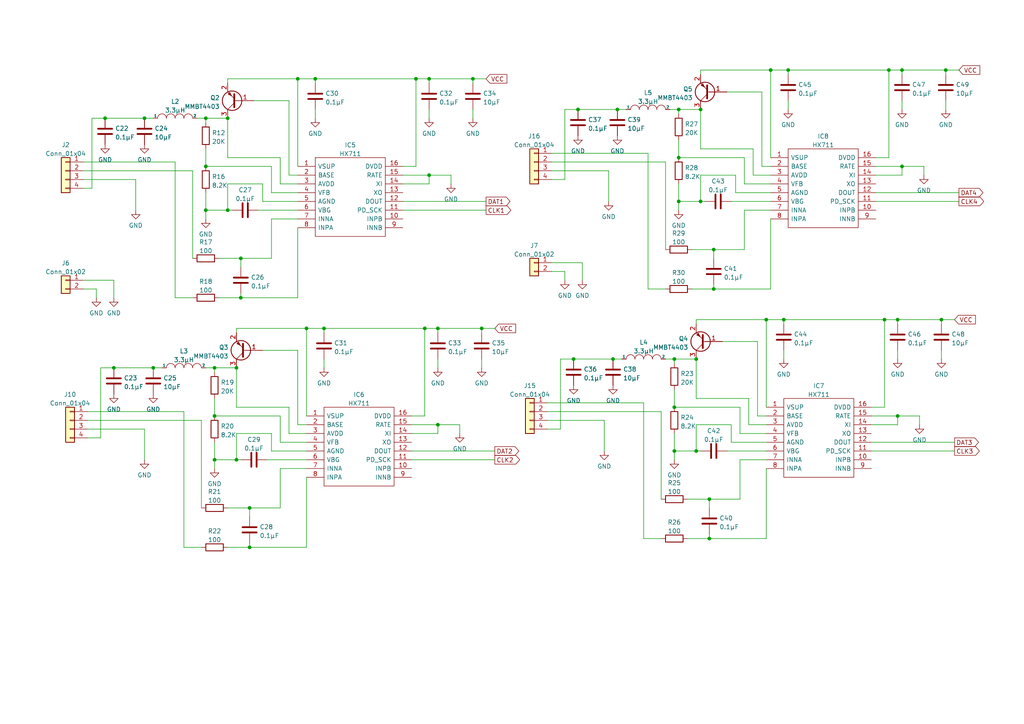
<source format=kicad_sch>
(kicad_sch (version 20231120) (generator "eeschema") (generator_version "8.0")
  (paper "A4")
  (title_block (title "Open_beehive_scale_board") (date "2023-01-13") (rev "V0.4") (company "Ratamuse"))
  (lib_symbols
    (symbol "Connector_Generic:Conn_01x02" (pin_names (offset 1.016) hide)
      (property "Reference" "J" (at 0 2.54 0))
      (property "Value" "Conn_01x02" (at 0 -5.08 0))
      (symbol "Conn_01x02_1_1"
        (rectangle (start -1.27 -2.413) (end 0 -2.667) (stroke (width 0.1524)))
        (rectangle (start -1.27 0.127) (end 0 -0.127) (stroke (width 0.1524)))
        (rectangle (start -1.27 1.27) (end 1.27 -3.81) (stroke (width 0.254)) (fill (type background)))
        (pin passive line (at -5.08 0 0) (length 3.81) (name "Pin_1") (number "1"))
        (pin passive line (at -5.08 -2.54 0) (length 3.81) (name "Pin_2") (number "2"))
      )
    )
    (symbol "Connector_Generic:Conn_01x04" (pin_names (offset 1.016) hide)
      (property "Reference" "J" (at 0 5.08 0))
      (property "Value" "Conn_01x04" (at 0 -7.62 0))
      (symbol "Conn_01x04_1_1"
        (rectangle (start -1.27 -4.953) (end 0 -5.207) (stroke (width 0.1524)))
        (rectangle (start -1.27 -2.413) (end 0 -2.667) (stroke (width 0.1524)))
        (rectangle (start -1.27 0.127) (end 0 -0.127) (stroke (width 0.1524)))
        (rectangle (start -1.27 2.667) (end 0 2.413) (stroke (width 0.1524)))
        (rectangle (start -1.27 3.81) (end 1.27 -6.35) (stroke (width 0.254)) (fill (type background)))
        (pin passive line (at -5.08 2.54 0) (length 3.81) (name "Pin_1") (number "1"))
        (pin passive line (at -5.08 0 0) (length 3.81) (name "Pin_2") (number "2"))
        (pin passive line (at -5.08 -2.54 0) (length 3.81) (name "Pin_3") (number "3"))
        (pin passive line (at -5.08 -5.08 0) (length 3.81) (name "Pin_4") (number "4"))
      )
    )
    (symbol "Device:C" (pin_numbers hide) (pin_names (offset 0.254))
      (property "Reference" "C" (at 0.635 2.54 0))
      (property "Value" "C" (at 0.635 -2.54 0))
      (symbol "C_0_1"
        (polyline (pts (xy -2.032 -0.762) (xy 2.032 -0.762)) (stroke (width 0.508)))
        (polyline (pts (xy -2.032 0.762) (xy 2.032 0.762)) (stroke (width 0.508)))
      )
      (symbol "C_1_1"
        (pin passive line (at 0 3.81 270) (length 2.794) (name "~") (number "1"))
        (pin passive line (at 0 -3.81 90) (length 2.794) (name "~") (number "2"))
      )
    )
    (symbol "Device:R" (pin_numbers hide) (pin_names (offset 0))
      (property "Reference" "R" (at 2.032 0 90))
      (property "Value" "R" (at 0 0 90))
      (symbol "R_0_1"
        (rectangle (start -1.016 -2.54) (end 1.016 2.54) (stroke (width 0.254)))
      )
      (symbol "R_1_1"
        (pin passive line (at 0 3.81 270) (length 1.27) (name "~") (number "1"))
        (pin passive line (at 0 -3.81 90) (length 1.27) (name "~") (number "2"))
      )
    )
    (symbol "HX711:HX711" (pin_names (offset 0.762))
      (property "Reference" "IC" (at 26.67 7.62 0))
      (property "Value" "HX711" (at 26.67 5.08 0))
      (symbol "HX711_0_0"
        (pin passive line (at 0 0 0) (length 5.08) (name "VSUP") (number "1"))
        (pin passive line (at 30.48 -15.24 180) (length 5.08) (name "INPB") (number "10"))
        (pin passive line (at 30.48 -12.7 180) (length 5.08) (name "PD_SCK") (number "11"))
        (pin passive line (at 30.48 -10.16 180) (length 5.08) (name "DOUT") (number "12"))
        (pin passive line (at 30.48 -7.62 180) (length 5.08) (name "XO") (number "13"))
        (pin passive line (at 30.48 -5.08 180) (length 5.08) (name "XI") (number "14"))
        (pin passive line (at 30.48 -2.54 180) (length 5.08) (name "RATE") (number "15"))
        (pin passive line (at 30.48 0 180) (length 5.08) (name "DVDD") (number "16"))
        (pin passive line (at 0 -2.54 0) (length 5.08) (name "BASE") (number "2"))
        (pin passive line (at 0 -5.08 0) (length 5.08) (name "AVDD") (number "3"))
        (pin passive line (at 0 -7.62 0) (length 5.08) (name "VFB") (number "4"))
        (pin passive line (at 0 -10.16 0) (length 5.08) (name "AGND") (number "5"))
        (pin passive line (at 0 -12.7 0) (length 5.08) (name "VBG") (number "6"))
        (pin passive line (at 0 -15.24 0) (length 5.08) (name "INNA") (number "7"))
        (pin passive line (at 0 -17.78 0) (length 5.08) (name "INPA") (number "8"))
        (pin passive line (at 30.48 -17.78 180) (length 5.08) (name "INNB") (number "9"))
      )
      (symbol "HX711_0_1"
        (polyline (pts (xy 5.08 2.54) (xy 25.4 2.54) (xy 25.4 -20.32) (xy 5.08 -20.32) (xy 5.08 2.54)) (stroke (width 0.1524)))
      )
    )
    (symbol "Transistor_BJT:MMBTA92" (pin_names (offset 0) hide)
      (property "Reference" "Q" (at 5.08 1.905 0))
      (property "Value" "MMBTA92" (at 5.08 0 0))
      (symbol "MMBTA92_0_1"
        (polyline (pts (xy 0 0) (xy 0.635 0)))
        (polyline (pts (xy 2.54 -2.54) (xy 0.635 -0.635)))
        (polyline (pts (xy 2.54 2.54) (xy 0.635 0.635)))
        (polyline (pts (xy 0.635 1.905) (xy 0.635 -1.905) (xy 0.635 -1.905)) (stroke (width 0.508)) (fill (type outline)))
        (polyline (pts (xy 1.905 -2.413) (xy 2.413 -1.905) (xy 1.397 -1.397) (xy 1.905 -2.413) (xy 1.905 -2.413)) (fill (type outline)))
        (circle (center 1.27 0) (radius 2.8194) (stroke (width 0.254)))
      )
      (symbol "MMBTA92_1_1"
        (pin input line (at -5.08 0 0) (length 5.08) (name "B") (number "1"))
        (pin passive line (at 2.54 -5.08 90) (length 2.54) (name "E") (number "2"))
        (pin passive line (at 2.54 5.08 270) (length 2.54) (name "C") (number "3"))
      )
    )
    (symbol "power:GND" (power) (pin_names (offset 0))
      (property "Value" "GND" (at 0 -3.81 0))
      (symbol "GND_0_1"
        (polyline (pts (xy 0 0) (xy 0 -1.27) (xy 1.27 -1.27) (xy 0 -2.54) (xy -1.27 -1.27) (xy 0 -1.27)))
      )
      (symbol "GND_1_1"
        (pin power_in line (at 0 0 270) (length 0) hide (name "GND") (number "1"))
      )
    )
    (symbol "pspice:INDUCTOR" (pin_numbers hide) (pin_names (offset 0))
      (property "Reference" "L" (at 0 2.54 0))
      (property "Value" "INDUCTOR" (at 0 -1.27 0))
      (symbol "INDUCTOR_0_1"
        (arc (start -2.54 0) (mid -3.81 1.2645) (end -5.08 0))
        (arc (start 0 0) (mid -1.27 1.2645) (end -2.54 0))
        (arc (start 2.54 0) (mid 1.27 1.2645) (end 0 0))
        (arc (start 5.08 0) (mid 3.81 1.2645) (end 2.54 0))
      )
      (symbol "INDUCTOR_1_1"
        (pin input line (at -6.35 0 0) (length 1.27) (name "1") (number "1"))
        (pin input line (at 6.35 0 180) (length 1.27) (name "2") (number "2"))
      )
    )
  )
  (junction (at 30.48 34.29))
  (junction (at 69.85 86.36))
  (junction (at 256.54 92.71))
  (junction (at 205.74 156.21))
  (junction (at 62.23 106.68))
  (junction (at 124.46 50.8))
  (junction (at 227.33 92.71))
  (junction (at 222.25 92.71))
  (junction (at 203.2 31.75))
  (junction (at 72.39 158.75))
  (junction (at 124.46 22.86))
  (junction (at 201.93 130.81))
  (junction (at 41.91 34.29))
  (junction (at 69.85 74.93))
  (junction (at 201.93 104.14))
  (junction (at 44.45 106.68))
  (junction (at 207.01 72.39))
  (junction (at 261.62 20.32))
  (junction (at 273.05 92.71))
  (junction (at 166.37 104.14))
  (junction (at 72.39 147.32))
  (junction (at 139.7 95.25))
  (junction (at 59.69 34.29))
  (junction (at 62.23 120.65))
  (junction (at 62.23 133.35))
  (junction (at 68.58 106.68))
  (junction (at 228.6 20.32))
  (junction (at 137.16 22.86))
  (junction (at 179.07 31.75))
  (junction (at 91.44 22.86))
  (junction (at 88.9 95.25))
  (junction (at 203.2 58.42))
  (junction (at 274.32 20.32))
  (junction (at 207.01 83.82))
  (junction (at 127 123.19))
  (junction (at 196.85 45.72))
  (junction (at 177.8 104.14))
  (junction (at 260.35 92.71))
  (junction (at 195.58 118.11))
  (junction (at 205.74 144.78))
  (junction (at 223.52 20.32))
  (junction (at 167.64 31.75))
  (junction (at 66.04 34.29))
  (junction (at 127 95.25))
  (junction (at 196.85 58.42))
  (junction (at 196.85 31.75))
  (junction (at 257.81 20.32))
  (junction (at 195.58 104.14))
  (junction (at 68.58 133.35))
  (junction (at 120.65 22.86))
  (junction (at 66.04 60.96))
  (junction (at 59.69 48.26))
  (junction (at 33.02 106.68))
  (junction (at 123.19 95.25))
  (junction (at 260.35 120.65))
  (junction (at 261.62 48.26))
  (junction (at 86.36 22.86))
  (junction (at 195.58 130.81))
  (junction (at 59.69 60.96))
  (junction (at 93.98 95.25))
  (wire (pts (xy 227.33 92.71) (xy 256.54 92.71)))
  (wire (pts (xy 127 123.19) (xy 127 125.73)))
  (wire (pts (xy 72.39 147.32) (xy 72.39 149.86)))
  (wire (pts (xy 261.62 20.32) (xy 261.62 21.59)))
  (wire (pts (xy 223.52 48.26) (xy 220.98 48.26)))
  (wire (pts (xy 163.83 31.75) (xy 167.64 31.75)))
  (wire (pts (xy 196.85 40.64) (xy 196.85 45.72)))
  (wire (pts (xy 204.47 58.42) (xy 203.2 58.42)))
  (wire (pts (xy 66.04 147.32) (xy 72.39 147.32)))
  (wire (pts (xy 68.58 96.52) (xy 68.58 95.25)))
  (wire (pts (xy 62.23 106.68) (xy 68.58 106.68)))
  (wire (pts (xy 254 50.8) (xy 261.62 50.8)))
  (wire (pts (xy 62.23 115.57) (xy 62.23 120.65)))
  (wire (pts (xy 68.58 125.73) (xy 78.74 125.73)))
  (wire (pts (xy 252.73 130.81) (xy 276.86 130.81)))
  (wire (pts (xy 58.42 121.92) (xy 25.4 121.92)))
  (wire (pts (xy 158.75 121.92) (xy 175.26 121.92)))
  (wire (pts (xy 223.52 83.82) (xy 223.52 63.5)))
  (wire (pts (xy 59.69 106.68) (xy 62.23 106.68)))
  (wire (pts (xy 81.28 147.32) (xy 72.39 147.32)))
  (wire (pts (xy 69.85 85.09) (xy 69.85 86.36)))
  (wire (pts (xy 68.58 133.35) (xy 68.58 125.73)))
  (wire (pts (xy 191.77 119.38) (xy 158.75 119.38)))
  (wire (pts (xy 201.93 115.57) (xy 217.17 115.57)))
  (wire (pts (xy 260.35 92.71) (xy 273.05 92.71)))
  (wire (pts (xy 81.28 135.89) (xy 88.9 135.89)))
  (wire (pts (xy 86.36 50.8) (xy 83.82 50.8)))
  (wire (pts (xy 68.58 106.68) (xy 68.58 118.11)))
  (wire (pts (xy 116.84 50.8) (xy 124.46 50.8)))
  (wire (pts (xy 222.25 156.21) (xy 222.25 135.89)))
  (wire (pts (xy 66.04 60.96) (xy 66.04 53.34)))
  (wire (pts (xy 205.74 156.21) (xy 222.25 156.21)))
  (wire (pts (xy 168.91 76.2) (xy 168.91 81.28)))
  (wire (pts (xy 187.96 83.82) (xy 193.04 83.82)))
  (wire (pts (xy 66.04 34.29) (xy 66.04 45.72)))
  (wire (pts (xy 63.5 74.93) (xy 69.85 74.93)))
  (wire (pts (xy 162.56 104.14) (xy 162.56 124.46)))
  (wire (pts (xy 78.74 63.5) (xy 86.36 63.5)))
  (wire (pts (xy 209.55 99.06) (xy 219.71 99.06)))
  (wire (pts (xy 215.9 53.34) (xy 215.9 45.72)))
  (wire (pts (xy 33.02 81.28) (xy 33.02 86.36)))
  (wire (pts (xy 195.58 130.81) (xy 195.58 133.35)))
  (wire (pts (xy 203.2 20.32) (xy 223.52 20.32)))
  (wire (pts (xy 66.04 45.72) (xy 81.28 45.72)))
  (wire (pts (xy 207.01 83.82) (xy 223.52 83.82)))
  (wire (pts (xy 119.38 123.19) (xy 127 123.19)))
  (wire (pts (xy 72.39 158.75) (xy 88.9 158.75)))
  (wire (pts (xy 187.96 44.45) (xy 187.96 83.82)))
  (wire (pts (xy 273.05 92.71) (xy 273.05 93.98)))
  (wire (pts (xy 62.23 107.95) (xy 62.23 106.68)))
  (wire (pts (xy 139.7 95.25) (xy 139.7 96.52)))
  (wire (pts (xy 252.73 120.65) (xy 260.35 120.65)))
  (wire (pts (xy 210.82 26.67) (xy 220.98 26.67)))
  (wire (pts (xy 73.66 29.21) (xy 83.82 29.21)))
  (wire (pts (xy 167.64 31.75) (xy 179.07 31.75)))
  (wire (pts (xy 179.07 31.75) (xy 181.61 31.75)))
  (wire (pts (xy 116.84 53.34) (xy 124.46 53.34)))
  (wire (pts (xy 88.9 128.27) (xy 81.28 128.27)))
  (wire (pts (xy 158.75 116.84) (xy 186.69 116.84)))
  (wire (pts (xy 127 95.25) (xy 139.7 95.25)))
  (wire (pts (xy 53.34 158.75) (xy 58.42 158.75)))
  (wire (pts (xy 195.58 104.14) (xy 201.93 104.14)))
  (wire (pts (xy 215.9 72.39) (xy 207.01 72.39)))
  (wire (pts (xy 218.44 50.8) (xy 223.52 50.8)))
  (wire (pts (xy 214.63 133.35) (xy 222.25 133.35)))
  (wire (pts (xy 223.52 20.32) (xy 228.6 20.32)))
  (wire (pts (xy 222.25 125.73) (xy 214.63 125.73)))
  (wire (pts (xy 261.62 20.32) (xy 274.32 20.32)))
  (wire (pts (xy 212.09 128.27) (xy 222.25 128.27)))
  (wire (pts (xy 260.35 92.71) (xy 260.35 93.98)))
  (wire (pts (xy 215.9 60.96) (xy 223.52 60.96)))
  (wire (pts (xy 252.73 128.27) (xy 276.86 128.27)))
  (wire (pts (xy 116.84 60.96) (xy 140.97 60.96)))
  (wire (pts (xy 30.48 34.29) (xy 41.91 34.29)))
  (wire (pts (xy 186.69 156.21) (xy 191.77 156.21)))
  (wire (pts (xy 228.6 20.32) (xy 257.81 20.32)))
  (wire (pts (xy 217.17 123.19) (xy 222.25 123.19)))
  (wire (pts (xy 205.74 144.78) (xy 205.74 147.32)))
  (wire (pts (xy 266.7 120.65) (xy 266.7 123.19)))
  (wire (pts (xy 78.74 125.73) (xy 78.74 130.81)))
  (wire (pts (xy 41.91 34.29) (xy 44.45 34.29)))
  (wire (pts (xy 203.2 130.81) (xy 201.93 130.81)))
  (wire (pts (xy 222.25 120.65) (xy 219.71 120.65)))
  (wire (pts (xy 59.69 35.56) (xy 59.69 34.29)))
  (wire (pts (xy 88.9 158.75) (xy 88.9 138.43)))
  (wire (pts (xy 254 48.26) (xy 261.62 48.26)))
  (wire (pts (xy 215.9 72.39) (xy 215.9 60.96)))
  (wire (pts (xy 256.54 92.71) (xy 256.54 118.11)))
  (wire (pts (xy 163.83 52.07) (xy 160.02 52.07)))
  (wire (pts (xy 93.98 104.14) (xy 93.98 106.68)))
  (wire (pts (xy 69.85 133.35) (xy 68.58 133.35)))
  (wire (pts (xy 214.63 118.11) (xy 195.58 118.11)))
  (wire (pts (xy 124.46 22.86) (xy 137.16 22.86)))
  (wire (pts (xy 274.32 20.32) (xy 274.32 21.59)))
  (wire (pts (xy 120.65 22.86) (xy 124.46 22.86)))
  (wire (pts (xy 203.2 21.59) (xy 203.2 20.32)))
  (wire (pts (xy 127 95.25) (xy 127 96.52)))
  (wire (pts (xy 191.77 144.78) (xy 191.77 119.38)))
  (wire (pts (xy 41.91 133.35) (xy 41.91 124.46)))
  (wire (pts (xy 223.52 20.32) (xy 223.52 45.72)))
  (wire (pts (xy 201.93 123.19) (xy 212.09 123.19)))
  (wire (pts (xy 194.31 31.75) (xy 196.85 31.75)))
  (wire (pts (xy 76.2 101.6) (xy 86.36 101.6)))
  (wire (pts (xy 203.2 31.75) (xy 203.2 43.18)))
  (wire (pts (xy 267.97 48.26) (xy 267.97 50.8)))
  (wire (pts (xy 81.28 45.72) (xy 81.28 53.34)))
  (wire (pts (xy 137.16 22.86) (xy 140.97 22.86)))
  (wire (pts (xy 24.13 52.07) (xy 39.37 52.07)))
  (wire (pts (xy 124.46 50.8) (xy 124.46 53.34)))
  (wire (pts (xy 119.38 125.73) (xy 127 125.73)))
  (wire (pts (xy 59.69 34.29) (xy 66.04 34.29)))
  (wire (pts (xy 176.53 58.42) (xy 176.53 49.53)))
  (wire (pts (xy 24.13 83.82) (xy 27.94 83.82)))
  (wire (pts (xy 133.35 123.19) (xy 133.35 125.73)))
  (wire (pts (xy 228.6 20.32) (xy 228.6 21.59)))
  (wire (pts (xy 69.85 74.93) (xy 69.85 77.47)))
  (wire (pts (xy 76.2 53.34) (xy 76.2 58.42)))
  (wire (pts (xy 78.74 130.81) (xy 88.9 130.81)))
  (wire (pts (xy 55.88 49.53) (xy 24.13 49.53)))
  (wire (pts (xy 88.9 95.25) (xy 88.9 120.65)))
  (wire (pts (xy 214.63 125.73) (xy 214.63 118.11)))
  (wire (pts (xy 203.2 43.18) (xy 218.44 43.18)))
  (wire (pts (xy 137.16 22.86) (xy 137.16 24.13)))
  (wire (pts (xy 215.9 45.72) (xy 196.85 45.72)))
  (wire (pts (xy 163.83 78.74) (xy 163.83 81.28)))
  (wire (pts (xy 50.8 46.99) (xy 50.8 86.36)))
  (wire (pts (xy 260.35 101.6) (xy 260.35 104.14)))
  (wire (pts (xy 201.93 104.14) (xy 201.93 115.57)))
  (wire (pts (xy 261.62 48.26) (xy 267.97 48.26)))
  (wire (pts (xy 76.2 58.42) (xy 86.36 58.42)))
  (wire (pts (xy 222.25 92.71) (xy 222.25 118.11)))
  (wire (pts (xy 222.25 92.71) (xy 227.33 92.71)))
  (wire (pts (xy 59.69 60.96) (xy 59.69 63.5)))
  (wire (pts (xy 257.81 45.72) (xy 254 45.72)))
  (wire (pts (xy 120.65 48.26) (xy 116.84 48.26)))
  (wire (pts (xy 193.04 72.39) (xy 193.04 46.99)))
  (wire (pts (xy 72.39 157.48) (xy 72.39 158.75)))
  (wire (pts (xy 203.2 50.8) (xy 213.36 50.8)))
  (wire (pts (xy 63.5 86.36) (xy 69.85 86.36)))
  (wire (pts (xy 160.02 49.53) (xy 176.53 49.53)))
  (wire (pts (xy 25.4 119.38) (xy 53.34 119.38)))
  (wire (pts (xy 160.02 78.74) (xy 163.83 78.74)))
  (wire (pts (xy 93.98 95.25) (xy 123.19 95.25)))
  (wire (pts (xy 196.85 53.34) (xy 196.85 58.42)))
  (wire (pts (xy 81.28 147.32) (xy 81.28 135.89)))
  (wire (pts (xy 227.33 92.71) (xy 227.33 93.98)))
  (wire (pts (xy 137.16 31.75) (xy 137.16 34.29)))
  (wire (pts (xy 74.93 60.96) (xy 86.36 60.96)))
  (wire (pts (xy 196.85 33.02) (xy 196.85 31.75)))
  (wire (pts (xy 195.58 113.03) (xy 195.58 118.11)))
  (wire (pts (xy 274.32 29.21) (xy 274.32 31.75)))
  (wire (pts (xy 33.02 106.68) (xy 44.45 106.68)))
  (wire (pts (xy 120.65 22.86) (xy 120.65 48.26)))
  (wire (pts (xy 119.38 133.35) (xy 143.51 133.35)))
  (wire (pts (xy 127 104.14) (xy 127 106.68)))
  (wire (pts (xy 67.31 60.96) (xy 66.04 60.96)))
  (wire (pts (xy 29.21 127) (xy 25.4 127)))
  (wire (pts (xy 257.81 20.32) (xy 257.81 45.72)))
  (wire (pts (xy 200.66 72.39) (xy 207.01 72.39)))
  (wire (pts (xy 91.44 22.86) (xy 120.65 22.86)))
  (wire (pts (xy 274.32 20.32) (xy 278.13 20.32)))
  (wire (pts (xy 62.23 133.35) (xy 68.58 133.35)))
  (wire (pts (xy 29.21 106.68) (xy 33.02 106.68)))
  (wire (pts (xy 26.67 54.61) (xy 24.13 54.61)))
  (wire (pts (xy 162.56 124.46) (xy 158.75 124.46)))
  (wire (pts (xy 124.46 31.75) (xy 124.46 34.29)))
  (wire (pts (xy 127 123.19) (xy 133.35 123.19)))
  (wire (pts (xy 81.28 128.27) (xy 81.28 120.65)))
  (wire (pts (xy 160.02 76.2) (xy 168.91 76.2)))
  (wire (pts (xy 252.73 123.19) (xy 260.35 123.19)))
  (wire (pts (xy 124.46 50.8) (xy 130.81 50.8)))
  (wire (pts (xy 228.6 29.21) (xy 228.6 31.75)))
  (wire (pts (xy 44.45 106.68) (xy 46.99 106.68)))
  (wire (pts (xy 261.62 48.26) (xy 261.62 50.8)))
  (wire (pts (xy 193.04 46.99) (xy 160.02 46.99)))
  (wire (pts (xy 29.21 106.68) (xy 29.21 127)))
  (wire (pts (xy 91.44 31.75) (xy 91.44 34.29)))
  (wire (pts (xy 57.15 34.29) (xy 59.69 34.29)))
  (wire (pts (xy 123.19 120.65) (xy 119.38 120.65)))
  (wire (pts (xy 186.69 116.84) (xy 186.69 156.21)))
  (wire (pts (xy 195.58 105.41) (xy 195.58 104.14)))
  (wire (pts (xy 193.04 104.14) (xy 195.58 104.14)))
  (wire (pts (xy 218.44 43.18) (xy 218.44 50.8)))
  (wire (pts (xy 214.63 144.78) (xy 205.74 144.78)))
  (wire (pts (xy 59.69 60.96) (xy 66.04 60.96)))
  (wire (pts (xy 273.05 92.71) (xy 276.86 92.71)))
  (wire (pts (xy 213.36 55.88) (xy 223.52 55.88)))
  (wire (pts (xy 77.47 133.35) (xy 88.9 133.35)))
  (wire (pts (xy 66.04 158.75) (xy 72.39 158.75)))
  (wire (pts (xy 217.17 115.57) (xy 217.17 123.19)))
  (wire (pts (xy 62.23 133.35) (xy 62.23 135.89)))
  (wire (pts (xy 39.37 60.96) (xy 39.37 52.07)))
  (wire (pts (xy 256.54 118.11) (xy 252.73 118.11)))
  (wire (pts (xy 78.74 48.26) (xy 59.69 48.26)))
  (wire (pts (xy 26.67 34.29) (xy 30.48 34.29)))
  (wire (pts (xy 261.62 29.21) (xy 261.62 31.75)))
  (wire (pts (xy 254 55.88) (xy 278.13 55.88)))
  (wire (pts (xy 256.54 92.71) (xy 260.35 92.71)))
  (wire (pts (xy 210.82 130.81) (xy 222.25 130.81)))
  (wire (pts (xy 91.44 22.86) (xy 91.44 24.13)))
  (wire (pts (xy 166.37 104.14) (xy 177.8 104.14)))
  (wire (pts (xy 50.8 86.36) (xy 55.88 86.36)))
  (wire (pts (xy 62.23 128.27) (xy 62.23 133.35)))
  (wire (pts (xy 212.09 123.19) (xy 212.09 128.27)))
  (wire (pts (xy 162.56 104.14) (xy 166.37 104.14)))
  (wire (pts (xy 130.81 50.8) (xy 130.81 53.34)))
  (wire (pts (xy 207.01 72.39) (xy 207.01 74.93)))
  (wire (pts (xy 175.26 130.81) (xy 175.26 121.92)))
  (wire (pts (xy 81.28 53.34) (xy 86.36 53.34)))
  (wire (pts (xy 205.74 154.94) (xy 205.74 156.21)))
  (wire (pts (xy 219.71 99.06) (xy 219.71 120.65)))
  (wire (pts (xy 66.04 22.86) (xy 86.36 22.86)))
  (wire (pts (xy 201.93 93.98) (xy 201.93 92.71)))
  (wire (pts (xy 83.82 118.11) (xy 83.82 125.73)))
  (wire (pts (xy 196.85 31.75) (xy 203.2 31.75)))
  (wire (pts (xy 116.84 58.42) (xy 140.97 58.42)))
  (wire (pts (xy 66.04 53.34) (xy 76.2 53.34)))
  (wire (pts (xy 119.38 130.81) (xy 143.51 130.81)))
  (wire (pts (xy 78.74 55.88) (xy 78.74 48.26)))
  (wire (pts (xy 223.52 53.34) (xy 215.9 53.34)))
  (wire (pts (xy 86.36 86.36) (xy 86.36 66.04)))
  (wire (pts (xy 86.36 101.6) (xy 86.36 123.19)))
  (wire (pts (xy 68.58 118.11) (xy 83.82 118.11)))
  (wire (pts (xy 195.58 125.73) (xy 195.58 130.81)))
  (wire (pts (xy 273.05 101.6) (xy 273.05 104.14)))
  (wire (pts (xy 86.36 22.86) (xy 86.36 48.26)))
  (wire (pts (xy 26.67 34.29) (xy 26.67 54.61)))
  (wire (pts (xy 199.39 156.21) (xy 205.74 156.21)))
  (wire (pts (xy 88.9 95.25) (xy 93.98 95.25)))
  (wire (pts (xy 139.7 95.25) (xy 143.51 95.25)))
  (wire (pts (xy 163.83 31.75) (xy 163.83 52.07)))
  (wire (pts (xy 25.4 124.46) (xy 41.91 124.46)))
  (wire (pts (xy 257.81 20.32) (xy 261.62 20.32)))
  (wire (pts (xy 195.58 130.81) (xy 201.93 130.81)))
  (wire (pts (xy 78.74 74.93) (xy 69.85 74.93)))
  (wire (pts (xy 201.93 130.81) (xy 201.93 123.19)))
  (wire (pts (xy 196.85 58.42) (xy 196.85 60.96)))
  (wire (pts (xy 59.69 55.88) (xy 59.69 60.96)))
  (wire (pts (xy 203.2 58.42) (xy 203.2 50.8)))
  (wire (pts (xy 53.34 119.38) (xy 53.34 158.75)))
  (wire (pts (xy 68.58 95.25) (xy 88.9 95.25)))
  (wire (pts (xy 212.09 58.42) (xy 223.52 58.42)))
  (wire (pts (xy 199.39 144.78) (xy 205.74 144.78)))
  (wire (pts (xy 139.7 104.14) (xy 139.7 106.68)))
  (wire (pts (xy 81.28 120.65) (xy 62.23 120.65)))
  (wire (pts (xy 66.04 24.13) (xy 66.04 22.86)))
  (wire (pts (xy 24.13 46.99) (xy 50.8 46.99)))
  (wire (pts (xy 58.42 147.32) (xy 58.42 121.92)))
  (wire (pts (xy 86.36 22.86) (xy 91.44 22.86)))
  (wire (pts (xy 207.01 82.55) (xy 207.01 83.82)))
  (wire (pts (xy 220.98 26.67) (xy 220.98 48.26)))
  (wire (pts (xy 123.19 95.25) (xy 127 95.25)))
  (wire (pts (xy 196.85 58.42) (xy 203.2 58.42)))
  (wire (pts (xy 260.35 120.65) (xy 266.7 120.65)))
  (wire (pts (xy 177.8 104.14) (xy 180.34 104.14)))
  (wire (pts (xy 123.19 95.25) (xy 123.19 120.65)))
  (wire (pts (xy 200.66 83.82) (xy 207.01 83.82)))
  (wire (pts (xy 69.85 86.36) (xy 86.36 86.36)))
  (wire (pts (xy 86.36 55.88) (xy 78.74 55.88)))
  (wire (pts (xy 24.13 81.28) (xy 33.02 81.28)))
  (wire (pts (xy 124.46 22.86) (xy 124.46 24.13)))
  (wire (pts (xy 83.82 125.73) (xy 88.9 125.73)))
  (wire (pts (xy 214.63 144.78) (xy 214.63 133.35)))
  (wire (pts (xy 59.69 43.18) (xy 59.69 48.26)))
  (wire (pts (xy 78.74 74.93) (xy 78.74 63.5)))
  (wire (pts (xy 93.98 95.25) (xy 93.98 96.52)))
  (wire (pts (xy 254 58.42) (xy 278.13 58.42)))
  (wire (pts (xy 27.94 83.82) (xy 27.94 86.36)))
  (wire (pts (xy 213.36 50.8) (xy 213.36 55.88)))
  (wire (pts (xy 55.88 74.93) (xy 55.88 49.53)))
  (wire (pts (xy 83.82 29.21) (xy 83.82 50.8)))
  (wire (pts (xy 88.9 123.19) (xy 86.36 123.19)))
  (wire (pts (xy 201.93 92.71) (xy 222.25 92.71)))
  (wire (pts (xy 160.02 44.45) (xy 187.96 44.45)))
  (wire (pts (xy 227.33 101.6) (xy 227.33 104.14)))
  (wire (pts (xy 260.35 120.65) (xy 260.35 123.19)))
  (global_label "CLK3" (shape output) (at 276.86 130.81 0) (property "Intersheetrefs" "${INTERSHEET_REFS}" (effects (hide yes))))
  (global_label "VCC" (shape input) (at 143.51 95.25 0) (property "Intersheetrefs" "${INTERSHEET_REFS}" (effects (hide yes))))
  (global_label "CLK4" (shape output) (at 278.13 58.42 0) (property "Intersheetrefs" "${INTERSHEET_REFS}" (effects (hide yes))))
  (global_label "VCC" (shape input) (at 276.86 92.71 0) (property "Intersheetrefs" "${INTERSHEET_REFS}" (effects (hide yes))))
  (global_label "DAT3" (shape output) (at 276.86 128.27 0) (property "Intersheetrefs" "${INTERSHEET_REFS}" (effects (hide yes))))
  (global_label "DAT4" (shape output) (at 278.13 55.88 0) (property "Intersheetrefs" "${INTERSHEET_REFS}" (effects (hide yes))))
  (global_label "CLK2" (shape output) (at 143.51 133.35 0) (property "Intersheetrefs" "${INTERSHEET_REFS}" (effects (hide yes))))
  (global_label "DAT1" (shape output) (at 140.97 58.42 0) (property "Intersheetrefs" "${INTERSHEET_REFS}" (effects (hide yes))))
  (global_label "VCC" (shape input) (at 140.97 22.86 0) (property "Intersheetrefs" "${INTERSHEET_REFS}" (effects (hide yes))))
  (global_label "DAT2" (shape output) (at 143.51 130.81 0) (property "Intersheetrefs" "${INTERSHEET_REFS}" (effects (hide yes))))
  (global_label "CLK1" (shape output) (at 140.97 60.96 0) (property "Intersheetrefs" "${INTERSHEET_REFS}" (effects (hide yes))))
  (global_label "VCC" (shape input) (at 278.13 20.32 0) (property "Intersheetrefs" "${INTERSHEET_REFS}" (effects (hide yes))))
  (symbol (lib_id "pspice:INDUCTOR") (at 187.96 31.75 0) (unit 1)
    (property "Reference" "L5" (at 187.96 26.9072 0))
    (property "Value" "3.3µH" (at 187.96 29.4441 0))
    (property "Footprint" "Inductor_SMD:L_0603_1608Metric" (effects (hide yes)))
  )
  (symbol (lib_id "Device:C") (at 124.46 27.94 0) (unit 1)
    (property "Reference" "C32" (at 127.381 27.1053 0) (effects (justify left)))
    (property "Value" "0.1µF" (at 127.381 29.6422 0) (effects (justify left)))
    (property "Footprint" "Capacitor_SMD:C_0603_1608Metric" (effects (hide yes)))
  )
  (symbol (lib_id "pspice:INDUCTOR") (at 186.69 104.14 0) (unit 1)
    (property "Reference" "L4" (at 186.69 99.2972 0))
    (property "Value" "3.3µH" (at 186.69 101.8341 0))
    (property "Footprint" "Inductor_SMD:L_0603_1608Metric" (effects (hide yes)))
  )
  (symbol (lib_id "Device:R") (at 62.23 124.46 0) (unit 1)
    (property "Reference" "R20" (at 64.008 123.6253 0) (effects (justify left)))
    (property "Value" "8.2K" (at 64.008 126.1622 0) (effects (justify left)))
    (property "Footprint" "Resistor_SMD:R_0603_1608Metric" (effects (hide yes)))
  )
  (symbol (lib_id "power:GND") (at 163.83 81.28 0) (unit 1)
    (property "Reference" "#PWR0221" (effects (hide yes)))
    (property "Value" "GND" (at 163.83 85.7234 0))
  )
  (symbol (lib_id "Connector_Generic:Conn_01x04") (at 19.05 49.53 0) (mirror y) (unit 1)
    (property "Reference" "J2" (at 19.05 42.0202 0))
    (property "Value" "Conn_01x04" (at 19.05 44.5571 0))
    (property "Footprint" "Empreintes:1725672" (effects (hide yes)))
  )
  (symbol (lib_id "pspice:INDUCTOR") (at 50.8 34.29 0) (unit 1)
    (property "Reference" "L2" (at 50.8 29.4472 0))
    (property "Value" "3.3µH" (at 50.8 31.9841 0))
    (property "Footprint" "Inductor_SMD:L_0603_1608Metric" (effects (hide yes)))
  )
  (symbol (lib_id "Transistor_BJT:MMBTA92") (at 68.58 29.21 180) (unit 1)
    (property "Reference" "Q2" (at 63.7286 28.3753 0) (effects (justify left)))
    (property "Value" "MMBT4403" (at 63.7286 30.9122 0) (effects (justify left)))
    (property "Footprint" "Package_TO_SOT_SMD:SOT-23" (effects (hide yes)))
    (property "Datasheet" "https://www.onsemi.com/pub/Collateral/MMBTA92LT1-D.PDF" (effects (hide yes)))
  )
  (symbol (lib_id "Device:C") (at 167.64 35.56 0) (unit 1)
    (property "Reference" "C37" (at 170.561 34.7253 0) (effects (justify left)))
    (property "Value" "0.1µF" (at 170.561 37.2622 0) (effects (justify left)))
    (property "Footprint" "Capacitor_SMD:C_0603_1608Metric" (effects (hide yes)))
  )
  (symbol (lib_id "HX711:HX711") (at 223.52 45.72 0) (unit 1)
    (property "Reference" "IC8" (at 238.76 39.531 0))
    (property "Value" "HX711" (at 238.76 42.0679 0))
    (property "Footprint" "Empreintes:SOIC127P600X160-16N" (effects (hide yes)))
    (property "Datasheet" "https://cdn.sparkfun.com/datasheets/Sensors/ForceFlex/hx711_english.pdf" (effects (hide yes)))
    (property "Description" "24-Bit Analog-to-Digital Converter (ADC) for Weigh Scale" (effects (hide yes)))
    (property "Height" "1.6" (effects (hide yes)))
    (property "Manufacturer_Name" "AVIA Semiconductor" (effects (hide yes)))
    (property "Manufacturer_Part_Number" "HX711" (effects (hide yes)))
  )
  (symbol (lib_id "Device:R") (at 196.85 72.39 270) (unit 1)
    (property "Reference" "R29" (at 196.85 67.6742 90))
    (property "Value" "100" (at 196.85 70.2111 90))
    (property "Footprint" "Resistor_SMD:R_0603_1608Metric" (effects (hide yes)))
  )
  (symbol (lib_id "power:GND") (at 228.6 31.75 0) (unit 1)
    (property "Reference" "#PWR0168" (effects (hide yes)))
    (property "Value" "GND" (at 228.6 36.1934 0))
  )
  (symbol (lib_id "Connector_Generic:Conn_01x04") (at 153.67 119.38 0) (mirror y) (unit 1)
    (property "Reference" "J15" (at 153.67 111.8702 0))
    (property "Value" "Conn_01x04" (at 153.67 114.4071 0))
    (property "Footprint" "Empreintes:1725672" (effects (hide yes)))
  )
  (symbol (lib_id "power:GND") (at 41.91 133.35 0) (unit 1)
    (property "Reference" "#PWR0185" (effects (hide yes)))
    (property "Value" "GND" (at 41.91 137.7934 0))
  )
  (symbol (lib_id "power:GND") (at 167.64 39.37 0) (unit 1)
    (property "Reference" "#PWR0151" (effects (hide yes)))
    (property "Value" "GND" (at 167.64 43.8134 0))
  )
  (symbol (lib_id "Device:R") (at 59.69 52.07 0) (unit 1)
    (property "Reference" "R16" (at 61.468 51.2353 0) (effects (justify left)))
    (property "Value" "8.2K" (at 61.468 53.7722 0) (effects (justify left)))
    (property "Footprint" "Resistor_SMD:R_0603_1608Metric" (effects (hide yes)))
  )
  (symbol (lib_id "power:GND") (at 227.33 104.14 0) (unit 1)
    (property "Reference" "#PWR0146" (effects (hide yes)))
    (property "Value" "GND" (at 227.33 108.5834 0))
  )
  (symbol (lib_id "Device:R") (at 196.85 49.53 0) (unit 1)
    (property "Reference" "R28" (at 198.628 48.6953 0) (effects (justify left)))
    (property "Value" "8.2K" (at 198.628 51.2322 0) (effects (justify left)))
    (property "Footprint" "Resistor_SMD:R_0603_1608Metric" (effects (hide yes)))
  )
  (symbol (lib_id "power:GND") (at 137.16 34.29 0) (unit 1)
    (property "Reference" "#PWR0176" (effects (hide yes)))
    (property "Value" "GND" (at 137.16 38.7334 0))
  )
  (symbol (lib_id "Device:C") (at 73.66 133.35 90) (unit 1)
    (property "Reference" "C29" (at 73.66 127.4912 90))
    (property "Value" "0.1µF" (at 73.66 130.0281 90))
    (property "Footprint" "Capacitor_SMD:C_0603_1608Metric" (effects (hide yes)))
  )
  (symbol (lib_id "power:GND") (at 93.98 106.68 0) (unit 1)
    (property "Reference" "#PWR0188" (effects (hide yes)))
    (property "Value" "GND" (at 93.98 111.1234 0))
  )
  (symbol (lib_id "power:GND") (at 274.32 31.75 0) (unit 1)
    (property "Reference" "#PWR0169" (effects (hide yes)))
    (property "Value" "GND" (at 274.32 36.1934 0))
  )
  (symbol (lib_id "power:GND") (at 168.91 81.28 0) (unit 1)
    (property "Reference" "#PWR0220" (effects (hide yes)))
    (property "Value" "GND" (at 168.91 85.7234 0))
  )
  (symbol (lib_id "Device:R") (at 59.69 74.93 270) (unit 1)
    (property "Reference" "R17" (at 59.69 70.2142 90))
    (property "Value" "100" (at 59.69 72.7511 90))
    (property "Footprint" "Resistor_SMD:R_0603_1608Metric" (effects (hide yes)))
  )
  (symbol (lib_id "power:GND") (at 266.7 123.19 0) (unit 1)
    (property "Reference" "#PWR0139" (effects (hide yes)))
    (property "Value" "GND" (at 266.7 127.6334 0))
  )
  (symbol (lib_id "HX711:HX711") (at 88.9 120.65 0) (unit 1)
    (property "Reference" "IC6" (at 104.14 114.461 0))
    (property "Value" "HX711" (at 104.14 116.9979 0))
    (property "Footprint" "Empreintes:SOIC127P600X160-16N" (effects (hide yes)))
    (property "Datasheet" "https://cdn.sparkfun.com/datasheets/Sensors/ForceFlex/hx711_english.pdf" (effects (hide yes)))
    (property "Description" "24-Bit Analog-to-Digital Converter (ADC) for Weigh Scale" (effects (hide yes)))
    (property "Height" "1.6" (effects (hide yes)))
    (property "Manufacturer_Name" "AVIA Semiconductor" (effects (hide yes)))
    (property "Manufacturer_Part_Number" "HX711" (effects (hide yes)))
  )
  (symbol (lib_id "Device:C") (at 137.16 27.94 0) (unit 1)
    (property "Reference" "C34" (at 140.081 27.1053 0) (effects (justify left)))
    (property "Value" "10µF" (at 140.081 29.6422 0) (effects (justify left)))
    (property "Footprint" "Capacitor_SMD:C_0805_2012Metric" (effects (hide yes)))
  )
  (symbol (lib_id "Device:C") (at 274.32 25.4 0) (unit 1)
    (property "Reference" "C49" (at 277.241 24.5653 0) (effects (justify left)))
    (property "Value" "10µF" (at 277.241 27.1022 0) (effects (justify left)))
    (property "Footprint" "Capacitor_SMD:C_0805_2012Metric" (effects (hide yes)))
  )
  (symbol (lib_id "Device:C") (at 207.01 130.81 90) (unit 1)
    (property "Reference" "C42" (at 207.01 124.9512 90))
    (property "Value" "0.1µF" (at 207.01 127.4881 90))
    (property "Footprint" "Capacitor_SMD:C_0603_1608Metric" (effects (hide yes)))
  )
  (symbol (lib_id "HX711:HX711") (at 86.36 48.26 0) (unit 1)
    (property "Reference" "IC5" (at 101.6 42.071 0))
    (property "Value" "HX711" (at 101.6 44.6079 0))
    (property "Footprint" "Empreintes:SOIC127P600X160-16N" (effects (hide yes)))
    (property "Datasheet" "https://cdn.sparkfun.com/datasheets/Sensors/ForceFlex/hx711_english.pdf" (effects (hide yes)))
    (property "Description" "24-Bit Analog-to-Digital Converter (ADC) for Weigh Scale" (effects (hide yes)))
    (property "Height" "1.6" (effects (hide yes)))
    (property "Manufacturer_Name" "AVIA Semiconductor" (effects (hide yes)))
    (property "Manufacturer_Part_Number" "HX711" (effects (hide yes)))
  )
  (symbol (lib_id "Device:C") (at 139.7 100.33 0) (unit 1)
    (property "Reference" "C35" (at 142.621 99.4953 0) (effects (justify left)))
    (property "Value" "10µF" (at 142.621 102.0322 0) (effects (justify left)))
    (property "Footprint" "Capacitor_SMD:C_0805_2012Metric" (effects (hide yes)))
  )
  (symbol (lib_id "Device:C") (at 71.12 60.96 90) (unit 1)
    (property "Reference" "C27" (at 71.12 55.1012 90))
    (property "Value" "0.1µF" (at 71.12 57.6381 90))
    (property "Footprint" "Capacitor_SMD:C_0603_1608Metric" (effects (hide yes)))
  )
  (symbol (lib_id "Device:C") (at 44.45 110.49 0) (unit 1)
    (property "Reference" "C25" (at 47.371 109.6553 0) (effects (justify left)))
    (property "Value" "10µF" (at 47.371 112.1922 0) (effects (justify left)))
    (property "Footprint" "Capacitor_SMD:C_0805_2012Metric" (effects (hide yes)))
  )
  (symbol (lib_id "power:GND") (at 179.07 39.37 0) (unit 1)
    (property "Reference" "#PWR0150" (effects (hide yes)))
    (property "Value" "GND" (at 179.07 43.8134 0))
  )
  (symbol (lib_id "Connector_Generic:Conn_01x04") (at 154.94 46.99 0) (mirror y) (unit 1)
    (property "Reference" "J16" (at 154.94 39.4802 0))
    (property "Value" "Conn_01x04" (at 154.94 42.0171 0))
    (property "Footprint" "Empreintes:1725672" (effects (hide yes)))
  )
  (symbol (lib_id "power:GND") (at 41.91 41.91 0) (unit 1)
    (property "Reference" "#PWR0180" (effects (hide yes)))
    (property "Value" "GND" (at 41.91 46.3534 0))
  )
  (symbol (lib_id "power:GND") (at 261.62 31.75 0) (unit 1)
    (property "Reference" "#PWR0170" (effects (hide yes)))
    (property "Value" "GND" (at 261.62 36.1934 0))
  )
  (symbol (lib_id "Device:C") (at 205.74 151.13 0) (unit 1)
    (property "Reference" "C40" (at 208.661 150.2953 0) (effects (justify left)))
    (property "Value" "0.1µF" (at 208.661 152.8322 0) (effects (justify left)))
    (property "Footprint" "Capacitor_SMD:C_0603_1608Metric" (effects (hide yes)))
  )
  (symbol (lib_id "Device:R") (at 195.58 144.78 270) (unit 1)
    (property "Reference" "R25" (at 195.58 140.0642 90))
    (property "Value" "100" (at 195.58 142.6011 90))
    (property "Footprint" "Resistor_SMD:R_0603_1608Metric" (effects (hide yes)))
  )
  (symbol (lib_id "Device:C") (at 91.44 27.94 0) (unit 1)
    (property "Reference" "C30" (at 94.361 27.1053 0) (effects (justify left)))
    (property "Value" "0.1µF" (at 94.361 29.6422 0) (effects (justify left)))
    (property "Footprint" "Capacitor_SMD:C_0603_1608Metric" (effects (hide yes)))
  )
  (symbol (lib_id "Device:C") (at 30.48 38.1 0) (unit 1)
    (property "Reference" "C22" (at 33.401 37.2653 0) (effects (justify left)))
    (property "Value" "0.1µF" (at 33.401 39.8022 0) (effects (justify left)))
    (property "Footprint" "Capacitor_SMD:C_0603_1608Metric" (effects (hide yes)))
  )
  (symbol (lib_id "power:GND") (at 176.53 58.42 0) (unit 1)
    (property "Reference" "#PWR0167" (effects (hide yes)))
    (property "Value" "GND" (at 176.53 62.8634 0))
  )
  (symbol (lib_id "pspice:INDUCTOR") (at 53.34 106.68 0) (unit 1)
    (property "Reference" "L3" (at 53.34 101.8372 0))
    (property "Value" "3.3µH" (at 53.34 104.3741 0))
    (property "Footprint" "Inductor_SMD:L_0603_1608Metric" (effects (hide yes)))
  )
  (symbol (lib_id "Connector_Generic:Conn_01x02") (at 154.94 76.2 0) (mirror y) (unit 1)
    (property "Reference" "J7" (at 154.94 71.2302 0))
    (property "Value" "Conn_01x02" (at 154.94 73.7671 0))
    (property "Footprint" "Empreintes:SHDR2W90P0X500_1X2_1060X980X1380P" (effects (hide yes)))
  )
  (symbol (lib_id "Device:C") (at 208.28 58.42 90) (unit 1)
    (property "Reference" "C43" (at 208.28 52.5612 90))
    (property "Value" "0.1µF" (at 208.28 55.0981 90))
    (property "Footprint" "Capacitor_SMD:C_0603_1608Metric" (effects (hide yes)))
  )
  (symbol (lib_id "Connector_Generic:Conn_01x04") (at 20.32 121.92 0) (mirror y) (unit 1)
    (property "Reference" "J10" (at 20.32 114.4102 0))
    (property "Value" "Conn_01x04" (at 20.32 116.9471 0))
    (property "Footprint" "Empreintes:1725672" (effects (hide yes)))
  )
  (symbol (lib_id "power:GND") (at 130.81 53.34 0) (unit 1)
    (property "Reference" "#PWR0175" (effects (hide yes)))
    (property "Value" "GND" (at 130.81 57.7834 0))
  )
  (symbol (lib_id "power:GND") (at 62.23 135.89 0) (unit 1)
    (property "Reference" "#PWR0173" (effects (hide yes)))
    (property "Value" "GND" (at 62.23 140.3334 0))
  )
  (symbol (lib_id "Device:R") (at 195.58 156.21 270) (unit 1)
    (property "Reference" "R26" (at 195.58 151.4942 90))
    (property "Value" "100" (at 195.58 154.0311 90))
    (property "Footprint" "Resistor_SMD:R_0603_1608Metric" (effects (hide yes)))
  )
  (symbol (lib_id "Device:C") (at 261.62 25.4 0) (unit 1)
    (property "Reference" "C47" (at 264.541 24.5653 0) (effects (justify left)))
    (property "Value" "0.1µF" (at 264.541 27.1022 0) (effects (justify left)))
    (property "Footprint" "Capacitor_SMD:C_0603_1608Metric" (effects (hide yes)))
  )
  (symbol (lib_id "power:GND") (at 91.44 34.29 0) (unit 1)
    (property "Reference" "#PWR0184" (effects (hide yes)))
    (property "Value" "GND" (at 91.44 38.7334 0))
  )
  (symbol (lib_id "Transistor_BJT:MMBTA92") (at 205.74 26.67 180) (unit 1)
    (property "Reference" "Q5" (at 200.8886 25.8353 0) (effects (justify left)))
    (property "Value" "MMBT4403" (at 200.8886 28.3722 0) (effects (justify left)))
    (property "Footprint" "Package_TO_SOT_SMD:SOT-23" (effects (hide yes)))
    (property "Datasheet" "https://www.onsemi.com/pub/Collateral/MMBTA92LT1-D.PDF" (effects (hide yes)))
  )
  (symbol (lib_id "power:GND") (at 166.37 111.76 0) (unit 1)
    (property "Reference" "#PWR0147" (effects (hide yes)))
    (property "Value" "GND" (at 166.37 116.2034 0))
  )
  (symbol (lib_id "Device:C") (at 41.91 38.1 0) (unit 1)
    (property "Reference" "C24" (at 44.831 37.2653 0) (effects (justify left)))
    (property "Value" "10µF" (at 44.831 39.8022 0) (effects (justify left)))
    (property "Footprint" "Capacitor_SMD:C_0805_2012Metric" (effects (hide yes)))
  )
  (symbol (lib_id "power:GND") (at 39.37 60.96 0) (unit 1)
    (property "Reference" "#PWR0179" (effects (hide yes)))
    (property "Value" "GND" (at 39.37 65.4034 0))
  )
  (symbol (lib_id "Device:R") (at 62.23 158.75 270) (unit 1)
    (property "Reference" "R22" (at 62.23 154.0342 90))
    (property "Value" "100" (at 62.23 156.5711 90))
    (property "Footprint" "Resistor_SMD:R_0603_1608Metric" (effects (hide yes)))
  )
  (symbol (lib_id "power:GND") (at 59.69 63.5 0) (unit 1)
    (property "Reference" "#PWR0174" (effects (hide yes)))
    (property "Value" "GND" (at 59.69 67.9434 0))
  )
  (symbol (lib_id "Device:R") (at 59.69 86.36 270) (unit 1)
    (property "Reference" "R18" (at 59.69 81.6442 90))
    (property "Value" "100" (at 59.69 84.1811 90))
    (property "Footprint" "Resistor_SMD:R_0603_1608Metric" (effects (hide yes)))
  )
  (symbol (lib_id "Device:R") (at 195.58 121.92 0) (unit 1)
    (property "Reference" "R24" (at 197.358 121.0853 0) (effects (justify left)))
    (property "Value" "8.2K" (at 197.358 123.6222 0) (effects (justify left)))
    (property "Footprint" "Resistor_SMD:R_0603_1608Metric" (effects (hide yes)))
  )
  (symbol (lib_id "Device:C") (at 228.6 25.4 0) (unit 1)
    (property "Reference" "C45" (at 231.521 24.5653 0) (effects (justify left)))
    (property "Value" "0.1µF" (at 231.521 27.1022 0) (effects (justify left)))
    (property "Footprint" "Capacitor_SMD:C_0603_1608Metric" (effects (hide yes)))
  )
  (symbol (lib_id "Device:C") (at 72.39 153.67 0) (unit 1)
    (property "Reference" "C28" (at 75.311 152.8353 0) (effects (justify left)))
    (property "Value" "0.1µF" (at 75.311 155.3722 0) (effects (justify left)))
    (property "Footprint" "Capacitor_SMD:C_0603_1608Metric" (effects (hide yes)))
  )
  (symbol (lib_id "Device:C") (at 166.37 107.95 0) (unit 1)
    (property "Reference" "C36" (at 169.291 107.1153 0) (effects (justify left)))
    (property "Value" "0.1µF" (at 169.291 109.6522 0) (effects (justify left)))
    (property "Footprint" "Capacitor_SMD:C_0603_1608Metric" (effects (hide yes)))
  )
  (symbol (lib_id "power:GND") (at 195.58 133.35 0) (unit 1)
    (property "Reference" "#PWR0172" (effects (hide yes)))
    (property "Value" "GND" (at 195.58 137.7934 0))
  )
  (symbol (lib_id "power:GND") (at 139.7 106.68 0) (unit 1)
    (property "Reference" "#PWR0181" (effects (hide yes)))
    (property "Value" "GND" (at 139.7 111.1234 0))
  )
  (symbol (lib_id "power:GND") (at 177.8 111.76 0) (unit 1)
    (property "Reference" "#PWR0149" (effects (hide yes)))
    (property "Value" "GND" (at 177.8 116.2034 0))
  )
  (symbol (lib_id "power:GND") (at 127 106.68 0) (unit 1)
    (property "Reference" "#PWR0182" (effects (hide yes)))
    (property "Value" "GND" (at 127 111.1234 0))
  )
  (symbol (lib_id "power:GND") (at 33.02 114.3 0) (unit 1)
    (property "Reference" "#PWR0186" (effects (hide yes)))
    (property "Value" "GND" (at 33.02 118.7434 0))
  )
  (symbol (lib_id "Device:R") (at 62.23 147.32 270) (unit 1)
    (property "Reference" "R21" (at 62.23 142.6042 90))
    (property "Value" "100" (at 62.23 145.1411 90))
    (property "Footprint" "Resistor_SMD:R_0603_1608Metric" (effects (hide yes)))
  )
  (symbol (lib_id "Device:R") (at 196.85 83.82 270) (unit 1)
    (property "Reference" "R30" (at 196.85 79.1042 90))
    (property "Value" "100" (at 196.85 81.6411 90))
    (property "Footprint" "Resistor_SMD:R_0603_1608Metric" (effects (hide yes)))
  )
  (symbol (lib_id "Device:C") (at 227.33 97.79 0) (unit 1)
    (property "Reference" "C44" (at 230.251 96.9553 0) (effects (justify left)))
    (property "Value" "0.1µF" (at 230.251 99.4922 0) (effects (justify left)))
    (property "Footprint" "Capacitor_SMD:C_0603_1608Metric" (effects (hide yes)))
  )
  (symbol (lib_id "Device:C") (at 207.01 78.74 0) (unit 1)
    (property "Reference" "C41" (at 209.931 77.9053 0) (effects (justify left)))
    (property "Value" "0.1µF" (at 209.931 80.4422 0) (effects (justify left)))
    (property "Footprint" "Capacitor_SMD:C_0603_1608Metric" (effects (hide yes)))
  )
  (symbol (lib_id "Device:R") (at 59.69 39.37 0) (unit 1)
    (property "Reference" "R12" (at 61.468 38.5353 0) (effects (justify left)))
    (property "Value" "20K" (at 61.468 41.0722 0) (effects (justify left)))
    (property "Footprint" "Resistor_SMD:R_0603_1608Metric" (effects (hide yes)))
  )
  (symbol (lib_id "power:GND") (at 133.35 125.73 0) (unit 1)
    (property "Reference" "#PWR0183" (effects (hide yes)))
    (property "Value" "GND" (at 133.35 130.1734 0))
  )
  (symbol (lib_id "power:GND") (at 44.45 114.3 0) (unit 1)
    (property "Reference" "#PWR0187" (effects (hide yes)))
    (property "Value" "GND" (at 44.45 118.7434 0))
  )
  (symbol (lib_id "power:GND") (at 273.05 104.14 0) (unit 1)
    (property "Reference" "#PWR0138" (effects (hide yes)))
    (property "Value" "GND" (at 273.05 108.5834 0))
  )
  (symbol (lib_id "power:GND") (at 260.35 104.14 0) (unit 1)
    (property "Reference" "#PWR0137" (effects (hide yes)))
    (property "Value" "GND" (at 260.35 108.5834 0))
  )
  (symbol (lib_id "power:GND") (at 33.02 86.36 0) (unit 1)
    (property "Reference" "#PWR0218" (effects (hide yes)))
    (property "Value" "GND" (at 33.02 90.8034 0))
  )
  (symbol (lib_id "Device:C") (at 177.8 107.95 0) (unit 1)
    (property "Reference" "C38" (at 180.721 107.1153 0) (effects (justify left)))
    (property "Value" "10µF" (at 180.721 109.6522 0) (effects (justify left)))
    (property "Footprint" "Capacitor_SMD:C_0805_2012Metric" (effects (hide yes)))
  )
  (symbol (lib_id "Device:R") (at 62.23 111.76 0) (unit 1)
    (property "Reference" "R19" (at 64.008 110.9253 0) (effects (justify left)))
    (property "Value" "20K" (at 64.008 113.4622 0) (effects (justify left)))
    (property "Footprint" "Resistor_SMD:R_0603_1608Metric" (effects (hide yes)))
  )
  (symbol (lib_id "power:GND") (at 27.94 86.36 0) (unit 1)
    (property "Reference" "#PWR0219" (effects (hide yes)))
    (property "Value" "GND" (at 27.94 90.8034 0))
  )
  (symbol (lib_id "Device:C") (at 260.35 97.79 0) (unit 1)
    (property "Reference" "C46" (at 263.271 96.9553 0) (effects (justify left)))
    (property "Value" "0.1µF" (at 263.271 99.4922 0) (effects (justify left)))
    (property "Footprint" "Capacitor_SMD:C_0603_1608Metric" (effects (hide yes)))
  )
  (symbol (lib_id "Device:R") (at 195.58 109.22 0) (unit 1)
    (property "Reference" "R23" (at 197.358 108.3853 0) (effects (justify left)))
    (property "Value" "20K" (at 197.358 110.9222 0) (effects (justify left)))
    (property "Footprint" "Resistor_SMD:R_0603_1608Metric" (effects (hide yes)))
  )
  (symbol (lib_id "Device:C") (at 93.98 100.33 0) (unit 1)
    (property "Reference" "C31" (at 96.901 99.4953 0) (effects (justify left)))
    (property "Value" "0.1µF" (at 96.901 102.0322 0) (effects (justify left)))
    (property "Footprint" "Capacitor_SMD:C_0603_1608Metric" (effects (hide yes)))
  )
  (symbol (lib_id "power:GND") (at 196.85 60.96 0) (unit 1)
    (property "Reference" "#PWR0166" (effects (hide yes)))
    (property "Value" "GND" (at 196.85 65.4034 0))
  )
  (symbol (lib_id "Connector_Generic:Conn_01x02") (at 19.05 81.28 0) (mirror y) (unit 1)
    (property "Reference" "J6" (at 19.05 76.3102 0))
    (property "Value" "Conn_01x02" (at 19.05 78.8471 0))
    (property "Footprint" "Empreintes:SHDR2W90P0X500_1X2_1060X980X1380P" (effects (hide yes)))
  )
  (symbol (lib_id "Transistor_BJT:MMBTA92") (at 204.47 99.06 180) (unit 1)
    (property "Reference" "Q4" (at 199.6186 98.2253 0) (effects (justify left)))
    (property "Value" "MMBT4403" (at 199.6186 100.7622 0) (effects (justify left)))
    (property "Footprint" "Package_TO_SOT_SMD:SOT-23" (effects (hide yes)))
    (property "Datasheet" "https://www.onsemi.com/pub/Collateral/MMBTA92LT1-D.PDF" (effects (hide yes)))
  )
  (symbol (lib_id "power:GND") (at 124.46 34.29 0) (unit 1)
    (property "Reference" "#PWR0177" (effects (hide yes)))
    (property "Value" "GND" (at 124.46 38.7334 0))
  )
  (symbol (lib_id "power:GND") (at 175.26 130.81 0) (unit 1)
    (property "Reference" "#PWR0148" (effects (hide yes)))
    (property "Value" "GND" (at 175.26 135.2534 0))
  )
  (symbol (lib_id "Device:C") (at 33.02 110.49 0) (unit 1)
    (property "Reference" "C23" (at 35.941 109.6553 0) (effects (justify left)))
    (property "Value" "0.1µF" (at 35.941 112.1922 0) (effects (justify left)))
    (property "Footprint" "Capacitor_SMD:C_0603_1608Metric" (effects (hide yes)))
  )
  (symbol (lib_id "HX711:HX711") (at 222.25 118.11 0) (unit 1)
    (property "Reference" "IC7" (at 237.49 111.921 0))
    (property "Value" "HX711" (at 237.49 114.4579 0))
    (property "Footprint" "Empreintes:SOIC127P600X160-16N" (effects (hide yes)))
    (property "Datasheet" "https://cdn.sparkfun.com/datasheets/Sensors/ForceFlex/hx711_english.pdf" (effects (hide yes)))
    (property "Description" "24-Bit Analog-to-Digital Converter (ADC) for Weigh Scale" (effects (hide yes)))
    (property "Height" "1.6" (effects (hide yes)))
    (property "Manufacturer_Name" "AVIA Semiconductor" (effects (hide yes)))
    (property "Manufacturer_Part_Number" "HX711" (effects (hide yes)))
  )
  (symbol (lib_id "power:GND") (at 30.48 41.91 0) (unit 1)
    (property "Reference" "#PWR0178" (effects (hide yes)))
    (property "Value" "GND" (at 30.48 46.3534 0))
  )
  (symbol (lib_id "Device:C") (at 127 100.33 0) (unit 1)
    (property "Reference" "C33" (at 129.921 99.4953 0) (effects (justify left)))
    (property "Value" "0.1µF" (at 129.921 102.0322 0) (effects (justify left)))
    (property "Footprint" "Capacitor_SMD:C_0603_1608Metric" (effects (hide yes)))
  )
  (symbol (lib_id "power:GND") (at 267.97 50.8 0) (unit 1)
    (property "Reference" "#PWR0171" (effects (hide yes)))
    (property "Value" "GND" (at 267.97 55.2434 0))
  )
  (symbol (lib_id "Device:C") (at 273.05 97.79 0) (unit 1)
    (property "Reference" "C48" (at 275.971 96.9553 0) (effects (justify left)))
    (property "Value" "10µF" (at 275.971 99.4922 0) (effects (justify left)))
    (property "Footprint" "Capacitor_SMD:C_0805_2012Metric" (effects (hide yes)))
  )
  (symbol (lib_id "Device:C") (at 179.07 35.56 0) (unit 1)
    (property "Reference" "C39" (at 181.991 34.7253 0) (effects (justify left)))
    (property "Value" "10µF" (at 181.991 37.2622 0) (effects (justify left)))
    (property "Footprint" "Capacitor_SMD:C_0805_2012Metric" (effects (hide yes)))
  )
  (symbol (lib_id "Device:C") (at 69.85 81.28 0) (unit 1)
    (property "Reference" "C26" (at 72.771 80.4453 0) (effects (justify left)))
    (property "Value" "0.1µF" (at 72.771 82.9822 0) (effects (justify left)))
    (property "Footprint" "Capacitor_SMD:C_0603_1608Metric" (effects (hide yes)))
  )
  (symbol (lib_id "Device:R") (at 196.85 36.83 0) (unit 1)
    (property "Reference" "R27" (at 198.628 35.9953 0) (effects (justify left)))
    (property "Value" "20K" (at 198.628 38.5322 0) (effects (justify left)))
    (property "Footprint" "Resistor_SMD:R_0603_1608Metric" (effects (hide yes)))
  )
  (symbol (lib_id "Transistor_BJT:MMBTA92") (at 71.12 101.6 180) (unit 1)
    (property "Reference" "Q3" (at 66.2686 100.7653 0) (effects (justify left)))
    (property "Value" "MMBT4403" (at 66.2686 103.3022 0) (effects (justify left)))
    (property "Footprint" "Package_TO_SOT_SMD:SOT-23" (effects (hide yes)))
    (property "Datasheet" "https://www.onsemi.com/pub/Collateral/MMBTA92LT1-D.PDF" (effects (hide yes)))
  )
)
</source>
